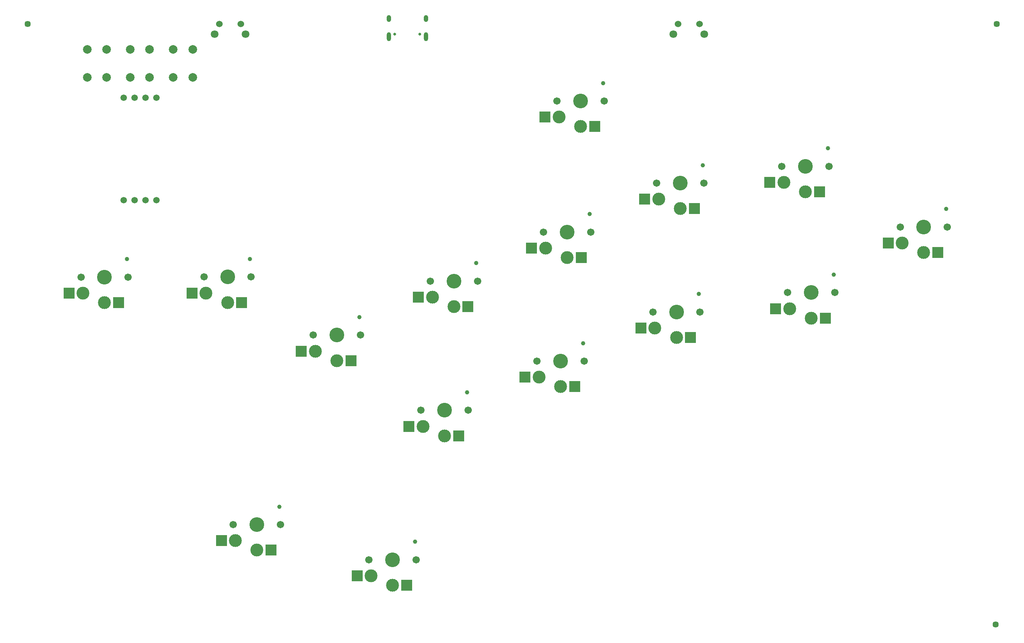
<source format=gbs>
G04 #@! TF.GenerationSoftware,KiCad,Pcbnew,7.0.9*
G04 #@! TF.CreationDate,2024-08-28T09:30:32-07:00*
G04 #@! TF.ProjectId,ergoSHIFT-rgb,6572676f-5348-4494-9654-2d7267622e6b,rev?*
G04 #@! TF.SameCoordinates,Original*
G04 #@! TF.FileFunction,Soldermask,Bot*
G04 #@! TF.FilePolarity,Negative*
%FSLAX46Y46*%
G04 Gerber Fmt 4.6, Leading zero omitted, Abs format (unit mm)*
G04 Created by KiCad (PCBNEW 7.0.9) date 2024-08-28 09:30:32*
%MOMM*%
%LPD*%
G01*
G04 APERTURE LIST*
%ADD10C,1.524000*%
%ADD11C,1.800000*%
%ADD12C,1.701800*%
%ADD13C,3.000000*%
%ADD14C,3.429000*%
%ADD15C,0.990600*%
%ADD16R,2.600000X2.600000*%
%ADD17C,1.448000*%
%ADD18C,1.500000*%
%ADD19C,2.000000*%
%ADD20C,0.650000*%
%ADD21O,1.000000X2.100000*%
%ADD22O,1.000000X1.600000*%
G04 APERTURE END LIST*
D10*
X205200000Y-53750000D03*
X210200000Y-53750000D03*
D11*
X204100000Y-56150000D03*
X211300000Y-56150000D03*
D12*
X145390000Y-143810000D03*
D13*
X145890000Y-147560000D03*
D14*
X150890000Y-143810000D03*
D13*
X150890000Y-149760000D03*
D15*
X156110000Y-139610000D03*
D12*
X156390000Y-143810000D03*
D16*
X154165000Y-149760000D03*
X142615000Y-147560000D03*
D12*
X200250000Y-90880000D03*
D13*
X200750000Y-94630000D03*
D14*
X205750000Y-90880000D03*
D13*
X205750000Y-96830000D03*
D15*
X210970000Y-86680000D03*
D12*
X211250000Y-90880000D03*
D16*
X209025000Y-96830000D03*
X197475000Y-94630000D03*
D17*
X279108000Y-193764000D03*
D18*
X76190000Y-71000000D03*
X76190000Y-94876000D03*
X78730000Y-71000000D03*
X78730000Y-94876000D03*
X81270000Y-71000000D03*
X81270000Y-94876000D03*
X83810000Y-71000000D03*
X83810000Y-94876000D03*
D19*
X72250000Y-59750000D03*
X72250000Y-66250000D03*
X67750000Y-59750000D03*
X67750000Y-66250000D03*
X82250000Y-59750000D03*
X82250000Y-66250000D03*
X77750000Y-59750000D03*
X77750000Y-66250000D03*
D12*
X66250000Y-112775000D03*
D13*
X66750000Y-116525000D03*
D14*
X71750000Y-112775000D03*
D13*
X71750000Y-118725000D03*
D15*
X76970000Y-108575000D03*
D12*
X77250000Y-112775000D03*
D16*
X75025000Y-118725000D03*
X63475000Y-116525000D03*
D17*
X279362000Y-53810000D03*
D20*
X145094000Y-56190000D03*
X139314000Y-56190000D03*
D21*
X146524000Y-56720000D03*
D22*
X146524000Y-52540000D03*
D21*
X137884000Y-56720000D03*
D22*
X137884000Y-52540000D03*
D19*
X92250000Y-59750000D03*
X92250000Y-66250000D03*
X87750000Y-59750000D03*
X87750000Y-66250000D03*
D12*
X172370000Y-132370000D03*
D13*
X172870000Y-136120000D03*
D14*
X177870000Y-132370000D03*
D13*
X177870000Y-138320000D03*
D15*
X183090000Y-128170000D03*
D12*
X183370000Y-132370000D03*
D16*
X181145000Y-138320000D03*
X169595000Y-136120000D03*
D12*
X147550000Y-113700000D03*
D13*
X148050000Y-117450000D03*
D14*
X153050000Y-113700000D03*
D13*
X153050000Y-119650000D03*
D15*
X158270000Y-109500000D03*
D12*
X158550000Y-113700000D03*
D16*
X156325000Y-119650000D03*
X144775000Y-117450000D03*
D12*
X101720000Y-170470000D03*
D13*
X102220000Y-174220000D03*
D14*
X107220000Y-170470000D03*
D13*
X107220000Y-176420000D03*
D15*
X112440000Y-166270000D03*
D12*
X112720000Y-170470000D03*
D16*
X110495000Y-176420000D03*
X98945000Y-174220000D03*
D12*
X133290000Y-178670000D03*
D13*
X133790000Y-182420000D03*
D14*
X138790000Y-178670000D03*
D13*
X138790000Y-184620000D03*
D15*
X144010000Y-174470000D03*
D12*
X144290000Y-178670000D03*
D16*
X142065000Y-184620000D03*
X130515000Y-182420000D03*
D12*
X94870000Y-112750000D03*
D13*
X95370000Y-116500000D03*
D14*
X100370000Y-112750000D03*
D13*
X100370000Y-118700000D03*
D15*
X105590000Y-108550000D03*
D12*
X105870000Y-112750000D03*
D16*
X103645000Y-118700000D03*
X92095000Y-116500000D03*
D10*
X98500000Y-53750000D03*
X103500000Y-53750000D03*
D11*
X97400000Y-56150000D03*
X104600000Y-56150000D03*
D12*
X230720000Y-116390000D03*
D13*
X231220000Y-120140000D03*
D14*
X236220000Y-116390000D03*
D13*
X236220000Y-122340000D03*
D15*
X241440000Y-112190000D03*
D12*
X241720000Y-116390000D03*
D16*
X239495000Y-122340000D03*
X227945000Y-120140000D03*
D12*
X199350000Y-120930000D03*
D13*
X199850000Y-124680000D03*
D14*
X204850000Y-120930000D03*
D13*
X204850000Y-126880000D03*
D15*
X210070000Y-116730000D03*
D12*
X210350000Y-120930000D03*
D16*
X208125000Y-126880000D03*
X196575000Y-124680000D03*
D17*
X53810000Y-53810000D03*
D12*
X177040000Y-71750000D03*
D13*
X177540000Y-75500000D03*
D14*
X182540000Y-71750000D03*
D13*
X182540000Y-77700000D03*
D15*
X187760000Y-67550000D03*
D12*
X188040000Y-71750000D03*
D16*
X185815000Y-77700000D03*
X174265000Y-75500000D03*
D12*
X173900000Y-102290000D03*
D13*
X174400000Y-106040000D03*
D14*
X179400000Y-102290000D03*
D13*
X179400000Y-108240000D03*
D15*
X184620000Y-98090000D03*
D12*
X184900000Y-102290000D03*
D16*
X182675000Y-108240000D03*
X171125000Y-106040000D03*
D12*
X120320000Y-126290000D03*
D13*
X120820000Y-130040000D03*
D14*
X125820000Y-126290000D03*
D13*
X125820000Y-132240000D03*
D15*
X131040000Y-122090000D03*
D12*
X131320000Y-126290000D03*
D16*
X129095000Y-132240000D03*
X117545000Y-130040000D03*
D12*
X256920000Y-101110000D03*
D13*
X257420000Y-104860000D03*
D14*
X262420000Y-101110000D03*
D13*
X262420000Y-107060000D03*
D15*
X267640000Y-96910000D03*
D12*
X267920000Y-101110000D03*
D16*
X265695000Y-107060000D03*
X254145000Y-104860000D03*
D12*
X229350000Y-86940000D03*
D13*
X229850000Y-90690000D03*
D14*
X234850000Y-86940000D03*
D13*
X234850000Y-92890000D03*
D15*
X240070000Y-82740000D03*
D12*
X240350000Y-86940000D03*
D16*
X238125000Y-92890000D03*
X226575000Y-90690000D03*
M02*

</source>
